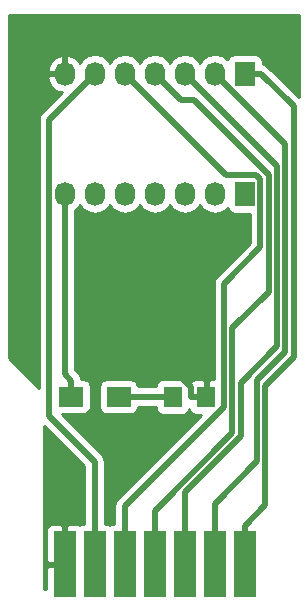
<source format=gtl>
%TF.GenerationSoftware,KiCad,Pcbnew,4.0.2+dfsg1-stable*%
%TF.CreationDate,2019-04-18T09:25:44+02:00*%
%TF.ProjectId,ECI-Breakout,4543492D427265616B6F75742E6B6963,rev?*%
%TF.FileFunction,Copper,L1,Top,Signal*%
%FSLAX46Y46*%
G04 Gerber Fmt 4.6, Leading zero omitted, Abs format (unit mm)*
G04 Created by KiCad (PCBNEW 4.0.2+dfsg1-stable) date gio 18 apr 2019 09:25:44 CEST*
%MOMM*%
G01*
G04 APERTURE LIST*
%ADD10C,0.100000*%
%ADD11R,1.597660X1.800860*%
%ADD12R,1.930400X5.588000*%
%ADD13R,2.000000X1.700000*%
%ADD14R,1.727200X2.032000*%
%ADD15O,1.727200X2.032000*%
%ADD16C,0.600000*%
%ADD17C,0.500000*%
%ADD18C,0.254000*%
G04 APERTURE END LIST*
D10*
D11*
X133580140Y-101000000D03*
X136419860Y-101000000D03*
D12*
X139672000Y-115190000D03*
X137132000Y-115190000D03*
X134592000Y-115190000D03*
X132052000Y-115190000D03*
X129512000Y-115190000D03*
X126972000Y-115190000D03*
X124432000Y-115190000D03*
D13*
X125000000Y-101000000D03*
X129000000Y-101000000D03*
D14*
X139700000Y-73660000D03*
D15*
X137160000Y-73660000D03*
X134620000Y-73660000D03*
X132080000Y-73660000D03*
X129540000Y-73660000D03*
X127000000Y-73660000D03*
X124460000Y-73660000D03*
D14*
X139700000Y-83820000D03*
D15*
X137160000Y-83820000D03*
X134620000Y-83820000D03*
X132080000Y-83820000D03*
X129540000Y-83820000D03*
X127000000Y-83820000D03*
X124460000Y-83820000D03*
D16*
X123363500Y-105899900D03*
X126162300Y-98205300D03*
D17*
X129000000Y-101000000D02*
X133580100Y-101000000D01*
X136419900Y-101000000D02*
X135121100Y-101000000D01*
X133138100Y-98205300D02*
X126162300Y-98205300D01*
X135121100Y-100188300D02*
X133138100Y-98205300D01*
X135121100Y-101000000D02*
X135121100Y-100188300D01*
X123363500Y-110827500D02*
X124432000Y-111896000D01*
X123363500Y-105899900D02*
X123363500Y-110827500D01*
X124432000Y-115190000D02*
X124432000Y-111896000D01*
X139700000Y-73660000D02*
X141063600Y-73660000D01*
X139672000Y-115190000D02*
X139672000Y-111896000D01*
X143815600Y-76412000D02*
X141063600Y-73660000D01*
X143815600Y-97659300D02*
X143815600Y-76412000D01*
X141425300Y-100049600D02*
X143815600Y-97659300D01*
X141425300Y-110142700D02*
X141425300Y-100049600D01*
X139672000Y-111896000D02*
X141425300Y-110142700D01*
X124460000Y-83820000D02*
X124460000Y-85336000D01*
X125000000Y-101000000D02*
X125000000Y-99650000D01*
X124460000Y-99110000D02*
X125000000Y-99650000D01*
X124460000Y-85336000D02*
X124460000Y-99110000D01*
X143115200Y-79615200D02*
X137160000Y-73660000D01*
X143115200Y-97195900D02*
X143115200Y-79615200D01*
X140725000Y-99586100D02*
X143115200Y-97195900D01*
X140725000Y-106462700D02*
X140725000Y-99586100D01*
X137132000Y-110055700D02*
X140725000Y-106462700D01*
X137132000Y-115190000D02*
X137132000Y-110055700D01*
X142414800Y-81454800D02*
X134620000Y-73660000D01*
X142414800Y-96730700D02*
X142414800Y-81454800D01*
X139324400Y-99821100D02*
X142414800Y-96730700D01*
X139324400Y-104354000D02*
X139324400Y-99821100D01*
X134592000Y-109086400D02*
X139324400Y-104354000D01*
X134592000Y-115190000D02*
X134592000Y-109086400D01*
X134290300Y-75870300D02*
X132080000Y-73660000D01*
X135355600Y-75870300D02*
X134290300Y-75870300D01*
X141714400Y-82229100D02*
X135355600Y-75870300D01*
X141714400Y-92092500D02*
X141714400Y-82229100D01*
X138624000Y-95182900D02*
X141714400Y-92092500D01*
X138624000Y-104063900D02*
X138624000Y-95182900D01*
X132052000Y-110635900D02*
X138624000Y-104063900D01*
X132052000Y-115190000D02*
X132052000Y-110635900D01*
X129512000Y-110246800D02*
X129512000Y-115190000D01*
X137923600Y-101835200D02*
X129512000Y-110246800D01*
X137923600Y-91434800D02*
X137923600Y-101835200D01*
X141014000Y-88344400D02*
X137923600Y-91434800D01*
X141014000Y-82594700D02*
X141014000Y-88344400D01*
X140608000Y-82188700D02*
X141014000Y-82594700D01*
X138068700Y-82188700D02*
X140608000Y-82188700D01*
X129540000Y-73660000D02*
X138068700Y-82188700D01*
X126972000Y-106502100D02*
X126972000Y-115190000D01*
X123110000Y-102640100D02*
X126972000Y-106502100D01*
X123110000Y-77550000D02*
X123110000Y-102640100D01*
X127000000Y-73660000D02*
X123110000Y-77550000D01*
D18*
G36*
X126087000Y-106868679D02*
X126087000Y-111748560D01*
X126006800Y-111748560D01*
X125771483Y-111792838D01*
X125704473Y-111835958D01*
X125523510Y-111761000D01*
X124717750Y-111761000D01*
X124559000Y-111919750D01*
X124559000Y-115063000D01*
X124579000Y-115063000D01*
X124579000Y-115317000D01*
X124559000Y-115317000D01*
X124559000Y-115337000D01*
X124305000Y-115337000D01*
X124305000Y-115317000D01*
X122990550Y-115317000D01*
X122831800Y-115475750D01*
X122831800Y-117290000D01*
X122710000Y-117290000D01*
X122710000Y-112269691D01*
X122831800Y-112269691D01*
X122831800Y-114904250D01*
X122990550Y-115063000D01*
X124305000Y-115063000D01*
X124305000Y-111919750D01*
X124146250Y-111761000D01*
X123340490Y-111761000D01*
X123107101Y-111857673D01*
X122928473Y-112036302D01*
X122831800Y-112269691D01*
X122710000Y-112269691D01*
X122710000Y-103491680D01*
X126087000Y-106868679D01*
X126087000Y-106868679D01*
G37*
X126087000Y-106868679D02*
X126087000Y-111748560D01*
X126006800Y-111748560D01*
X125771483Y-111792838D01*
X125704473Y-111835958D01*
X125523510Y-111761000D01*
X124717750Y-111761000D01*
X124559000Y-111919750D01*
X124559000Y-115063000D01*
X124579000Y-115063000D01*
X124579000Y-115317000D01*
X124559000Y-115317000D01*
X124559000Y-115337000D01*
X124305000Y-115337000D01*
X124305000Y-115317000D01*
X122990550Y-115317000D01*
X122831800Y-115475750D01*
X122831800Y-117290000D01*
X122710000Y-117290000D01*
X122710000Y-112269691D01*
X122831800Y-112269691D01*
X122831800Y-114904250D01*
X122990550Y-115063000D01*
X124305000Y-115063000D01*
X124305000Y-111919750D01*
X124146250Y-111761000D01*
X123340490Y-111761000D01*
X123107101Y-111857673D01*
X122928473Y-112036302D01*
X122831800Y-112269691D01*
X122710000Y-112269691D01*
X122710000Y-103491680D01*
X126087000Y-106868679D01*
G36*
X136100330Y-85064415D02*
X136586511Y-85389271D01*
X137160000Y-85503345D01*
X137733489Y-85389271D01*
X138219670Y-85064415D01*
X138229243Y-85050087D01*
X138233238Y-85071317D01*
X138372310Y-85287441D01*
X138584510Y-85432431D01*
X138836400Y-85483440D01*
X140129000Y-85483440D01*
X140129000Y-87977821D01*
X137297810Y-90809010D01*
X137105967Y-91096125D01*
X137105967Y-91096126D01*
X137038599Y-91434800D01*
X137038600Y-91434805D01*
X137038600Y-99464570D01*
X136705610Y-99464570D01*
X136546860Y-99623320D01*
X136546860Y-100873000D01*
X136566860Y-100873000D01*
X136566860Y-101127000D01*
X136546860Y-101127000D01*
X136546860Y-101147000D01*
X136292860Y-101147000D01*
X136292860Y-101127000D01*
X136272860Y-101127000D01*
X136272860Y-100873000D01*
X136292860Y-100873000D01*
X136292860Y-99623320D01*
X136134110Y-99464570D01*
X135494721Y-99464570D01*
X135261332Y-99561243D01*
X135082703Y-99739871D01*
X134997454Y-99945681D01*
X134982132Y-99864253D01*
X134843060Y-99648129D01*
X134630860Y-99503139D01*
X134378970Y-99452130D01*
X132781310Y-99452130D01*
X132545993Y-99496408D01*
X132329869Y-99635480D01*
X132184879Y-99847680D01*
X132133870Y-100099570D01*
X132133870Y-100115000D01*
X130640854Y-100115000D01*
X130603162Y-99914683D01*
X130464090Y-99698559D01*
X130251890Y-99553569D01*
X130000000Y-99502560D01*
X128000000Y-99502560D01*
X127764683Y-99546838D01*
X127548559Y-99685910D01*
X127403569Y-99898110D01*
X127352560Y-100150000D01*
X127352560Y-101850000D01*
X127396838Y-102085317D01*
X127535910Y-102301441D01*
X127748110Y-102446431D01*
X128000000Y-102497440D01*
X130000000Y-102497440D01*
X130235317Y-102453162D01*
X130451441Y-102314090D01*
X130596431Y-102101890D01*
X130640352Y-101885000D01*
X132133870Y-101885000D01*
X132133870Y-101900430D01*
X132178148Y-102135747D01*
X132317220Y-102351871D01*
X132529420Y-102496861D01*
X132781310Y-102547870D01*
X134378970Y-102547870D01*
X134614287Y-102503592D01*
X134830411Y-102364520D01*
X134975401Y-102152320D01*
X134995971Y-102050741D01*
X135082703Y-102260129D01*
X135261332Y-102438757D01*
X135494721Y-102535430D01*
X135971791Y-102535430D01*
X128886210Y-109621010D01*
X128694367Y-109908125D01*
X128694367Y-109908126D01*
X128626999Y-110246800D01*
X128627000Y-110246805D01*
X128627000Y-111748560D01*
X128546800Y-111748560D01*
X128311483Y-111792838D01*
X128243378Y-111836662D01*
X128189090Y-111799569D01*
X127937200Y-111748560D01*
X127857000Y-111748560D01*
X127857000Y-106502105D01*
X127857001Y-106502100D01*
X127789633Y-106163426D01*
X127789633Y-106163425D01*
X127597790Y-105876310D01*
X127597787Y-105876308D01*
X124218920Y-102497440D01*
X126000000Y-102497440D01*
X126235317Y-102453162D01*
X126451441Y-102314090D01*
X126596431Y-102101890D01*
X126647440Y-101850000D01*
X126647440Y-100150000D01*
X126603162Y-99914683D01*
X126464090Y-99698559D01*
X126251890Y-99553569D01*
X126000000Y-99502560D01*
X125855672Y-99502560D01*
X125817633Y-99311325D01*
X125625790Y-99024210D01*
X125625787Y-99024208D01*
X125345000Y-98743420D01*
X125345000Y-85181126D01*
X125519670Y-85064415D01*
X125730000Y-84749634D01*
X125940330Y-85064415D01*
X126426511Y-85389271D01*
X127000000Y-85503345D01*
X127573489Y-85389271D01*
X128059670Y-85064415D01*
X128270000Y-84749634D01*
X128480330Y-85064415D01*
X128966511Y-85389271D01*
X129540000Y-85503345D01*
X130113489Y-85389271D01*
X130599670Y-85064415D01*
X130810000Y-84749634D01*
X131020330Y-85064415D01*
X131506511Y-85389271D01*
X132080000Y-85503345D01*
X132653489Y-85389271D01*
X133139670Y-85064415D01*
X133350000Y-84749634D01*
X133560330Y-85064415D01*
X134046511Y-85389271D01*
X134620000Y-85503345D01*
X135193489Y-85389271D01*
X135679670Y-85064415D01*
X135890000Y-84749634D01*
X136100330Y-85064415D01*
X136100330Y-85064415D01*
G37*
X136100330Y-85064415D02*
X136586511Y-85389271D01*
X137160000Y-85503345D01*
X137733489Y-85389271D01*
X138219670Y-85064415D01*
X138229243Y-85050087D01*
X138233238Y-85071317D01*
X138372310Y-85287441D01*
X138584510Y-85432431D01*
X138836400Y-85483440D01*
X140129000Y-85483440D01*
X140129000Y-87977821D01*
X137297810Y-90809010D01*
X137105967Y-91096125D01*
X137105967Y-91096126D01*
X137038599Y-91434800D01*
X137038600Y-91434805D01*
X137038600Y-99464570D01*
X136705610Y-99464570D01*
X136546860Y-99623320D01*
X136546860Y-100873000D01*
X136566860Y-100873000D01*
X136566860Y-101127000D01*
X136546860Y-101127000D01*
X136546860Y-101147000D01*
X136292860Y-101147000D01*
X136292860Y-101127000D01*
X136272860Y-101127000D01*
X136272860Y-100873000D01*
X136292860Y-100873000D01*
X136292860Y-99623320D01*
X136134110Y-99464570D01*
X135494721Y-99464570D01*
X135261332Y-99561243D01*
X135082703Y-99739871D01*
X134997454Y-99945681D01*
X134982132Y-99864253D01*
X134843060Y-99648129D01*
X134630860Y-99503139D01*
X134378970Y-99452130D01*
X132781310Y-99452130D01*
X132545993Y-99496408D01*
X132329869Y-99635480D01*
X132184879Y-99847680D01*
X132133870Y-100099570D01*
X132133870Y-100115000D01*
X130640854Y-100115000D01*
X130603162Y-99914683D01*
X130464090Y-99698559D01*
X130251890Y-99553569D01*
X130000000Y-99502560D01*
X128000000Y-99502560D01*
X127764683Y-99546838D01*
X127548559Y-99685910D01*
X127403569Y-99898110D01*
X127352560Y-100150000D01*
X127352560Y-101850000D01*
X127396838Y-102085317D01*
X127535910Y-102301441D01*
X127748110Y-102446431D01*
X128000000Y-102497440D01*
X130000000Y-102497440D01*
X130235317Y-102453162D01*
X130451441Y-102314090D01*
X130596431Y-102101890D01*
X130640352Y-101885000D01*
X132133870Y-101885000D01*
X132133870Y-101900430D01*
X132178148Y-102135747D01*
X132317220Y-102351871D01*
X132529420Y-102496861D01*
X132781310Y-102547870D01*
X134378970Y-102547870D01*
X134614287Y-102503592D01*
X134830411Y-102364520D01*
X134975401Y-102152320D01*
X134995971Y-102050741D01*
X135082703Y-102260129D01*
X135261332Y-102438757D01*
X135494721Y-102535430D01*
X135971791Y-102535430D01*
X128886210Y-109621010D01*
X128694367Y-109908125D01*
X128694367Y-109908126D01*
X128626999Y-110246800D01*
X128627000Y-110246805D01*
X128627000Y-111748560D01*
X128546800Y-111748560D01*
X128311483Y-111792838D01*
X128243378Y-111836662D01*
X128189090Y-111799569D01*
X127937200Y-111748560D01*
X127857000Y-111748560D01*
X127857000Y-106502105D01*
X127857001Y-106502100D01*
X127789633Y-106163426D01*
X127789633Y-106163425D01*
X127597790Y-105876310D01*
X127597787Y-105876308D01*
X124218920Y-102497440D01*
X126000000Y-102497440D01*
X126235317Y-102453162D01*
X126451441Y-102314090D01*
X126596431Y-102101890D01*
X126647440Y-101850000D01*
X126647440Y-100150000D01*
X126603162Y-99914683D01*
X126464090Y-99698559D01*
X126251890Y-99553569D01*
X126000000Y-99502560D01*
X125855672Y-99502560D01*
X125817633Y-99311325D01*
X125625790Y-99024210D01*
X125625787Y-99024208D01*
X125345000Y-98743420D01*
X125345000Y-85181126D01*
X125519670Y-85064415D01*
X125730000Y-84749634D01*
X125940330Y-85064415D01*
X126426511Y-85389271D01*
X127000000Y-85503345D01*
X127573489Y-85389271D01*
X128059670Y-85064415D01*
X128270000Y-84749634D01*
X128480330Y-85064415D01*
X128966511Y-85389271D01*
X129540000Y-85503345D01*
X130113489Y-85389271D01*
X130599670Y-85064415D01*
X130810000Y-84749634D01*
X131020330Y-85064415D01*
X131506511Y-85389271D01*
X132080000Y-85503345D01*
X132653489Y-85389271D01*
X133139670Y-85064415D01*
X133350000Y-84749634D01*
X133560330Y-85064415D01*
X134046511Y-85389271D01*
X134620000Y-85503345D01*
X135193489Y-85389271D01*
X135679670Y-85064415D01*
X135890000Y-84749634D01*
X136100330Y-85064415D01*
G36*
X144290000Y-75634821D02*
X141689390Y-73034210D01*
X141491172Y-72901766D01*
X141402275Y-72842367D01*
X141346084Y-72831190D01*
X141211040Y-72804327D01*
X141211040Y-72644000D01*
X141166762Y-72408683D01*
X141027690Y-72192559D01*
X140815490Y-72047569D01*
X140563600Y-71996560D01*
X138836400Y-71996560D01*
X138601083Y-72040838D01*
X138384959Y-72179910D01*
X138239969Y-72392110D01*
X138231600Y-72433439D01*
X138219670Y-72415585D01*
X137733489Y-72090729D01*
X137160000Y-71976655D01*
X136586511Y-72090729D01*
X136100330Y-72415585D01*
X135890000Y-72730366D01*
X135679670Y-72415585D01*
X135193489Y-72090729D01*
X134620000Y-71976655D01*
X134046511Y-72090729D01*
X133560330Y-72415585D01*
X133350000Y-72730366D01*
X133139670Y-72415585D01*
X132653489Y-72090729D01*
X132080000Y-71976655D01*
X131506511Y-72090729D01*
X131020330Y-72415585D01*
X130810000Y-72730366D01*
X130599670Y-72415585D01*
X130113489Y-72090729D01*
X129540000Y-71976655D01*
X128966511Y-72090729D01*
X128480330Y-72415585D01*
X128270000Y-72730366D01*
X128059670Y-72415585D01*
X127573489Y-72090729D01*
X127000000Y-71976655D01*
X126426511Y-72090729D01*
X125940330Y-72415585D01*
X125733539Y-72725069D01*
X125362036Y-72309268D01*
X124834791Y-72055291D01*
X124819026Y-72052642D01*
X124587000Y-72173783D01*
X124587000Y-73533000D01*
X124607000Y-73533000D01*
X124607000Y-73787000D01*
X124587000Y-73787000D01*
X124587000Y-73807000D01*
X124333000Y-73807000D01*
X124333000Y-73787000D01*
X123119076Y-73787000D01*
X122974816Y-74021913D01*
X123168046Y-74574320D01*
X123557964Y-75010732D01*
X124085209Y-75264709D01*
X124100974Y-75267358D01*
X124184859Y-75223562D01*
X122484210Y-76924210D01*
X122292367Y-77211325D01*
X122292367Y-77211326D01*
X122224999Y-77550000D01*
X122225000Y-77550005D01*
X122225000Y-100220908D01*
X119710000Y-97705908D01*
X119710000Y-73298087D01*
X122974816Y-73298087D01*
X123119076Y-73533000D01*
X124333000Y-73533000D01*
X124333000Y-72173783D01*
X124100974Y-72052642D01*
X124085209Y-72055291D01*
X123557964Y-72309268D01*
X123168046Y-72745680D01*
X122974816Y-73298087D01*
X119710000Y-73298087D01*
X119710000Y-68710000D01*
X144290000Y-68710000D01*
X144290000Y-75634821D01*
X144290000Y-75634821D01*
G37*
X144290000Y-75634821D02*
X141689390Y-73034210D01*
X141491172Y-72901766D01*
X141402275Y-72842367D01*
X141346084Y-72831190D01*
X141211040Y-72804327D01*
X141211040Y-72644000D01*
X141166762Y-72408683D01*
X141027690Y-72192559D01*
X140815490Y-72047569D01*
X140563600Y-71996560D01*
X138836400Y-71996560D01*
X138601083Y-72040838D01*
X138384959Y-72179910D01*
X138239969Y-72392110D01*
X138231600Y-72433439D01*
X138219670Y-72415585D01*
X137733489Y-72090729D01*
X137160000Y-71976655D01*
X136586511Y-72090729D01*
X136100330Y-72415585D01*
X135890000Y-72730366D01*
X135679670Y-72415585D01*
X135193489Y-72090729D01*
X134620000Y-71976655D01*
X134046511Y-72090729D01*
X133560330Y-72415585D01*
X133350000Y-72730366D01*
X133139670Y-72415585D01*
X132653489Y-72090729D01*
X132080000Y-71976655D01*
X131506511Y-72090729D01*
X131020330Y-72415585D01*
X130810000Y-72730366D01*
X130599670Y-72415585D01*
X130113489Y-72090729D01*
X129540000Y-71976655D01*
X128966511Y-72090729D01*
X128480330Y-72415585D01*
X128270000Y-72730366D01*
X128059670Y-72415585D01*
X127573489Y-72090729D01*
X127000000Y-71976655D01*
X126426511Y-72090729D01*
X125940330Y-72415585D01*
X125733539Y-72725069D01*
X125362036Y-72309268D01*
X124834791Y-72055291D01*
X124819026Y-72052642D01*
X124587000Y-72173783D01*
X124587000Y-73533000D01*
X124607000Y-73533000D01*
X124607000Y-73787000D01*
X124587000Y-73787000D01*
X124587000Y-73807000D01*
X124333000Y-73807000D01*
X124333000Y-73787000D01*
X123119076Y-73787000D01*
X122974816Y-74021913D01*
X123168046Y-74574320D01*
X123557964Y-75010732D01*
X124085209Y-75264709D01*
X124100974Y-75267358D01*
X124184859Y-75223562D01*
X122484210Y-76924210D01*
X122292367Y-77211325D01*
X122292367Y-77211326D01*
X122224999Y-77550000D01*
X122225000Y-77550005D01*
X122225000Y-100220908D01*
X119710000Y-97705908D01*
X119710000Y-73298087D01*
X122974816Y-73298087D01*
X123119076Y-73533000D01*
X124333000Y-73533000D01*
X124333000Y-72173783D01*
X124100974Y-72052642D01*
X124085209Y-72055291D01*
X123557964Y-72309268D01*
X123168046Y-72745680D01*
X122974816Y-73298087D01*
X119710000Y-73298087D01*
X119710000Y-68710000D01*
X144290000Y-68710000D01*
X144290000Y-75634821D01*
M02*

</source>
